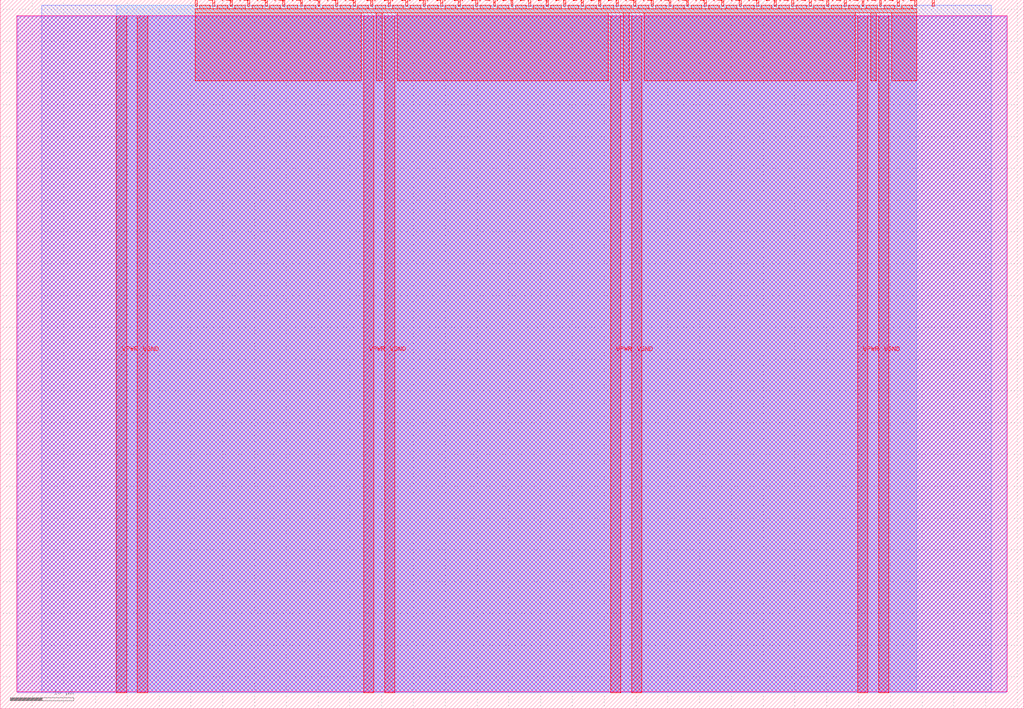
<source format=lef>
VERSION 5.7 ;
  NOWIREEXTENSIONATPIN ON ;
  DIVIDERCHAR "/" ;
  BUSBITCHARS "[]" ;
MACRO tt_um_seven_segment_games
  CLASS BLOCK ;
  FOREIGN tt_um_seven_segment_games ;
  ORIGIN 0.000 0.000 ;
  SIZE 161.000 BY 111.520 ;
  PIN VGND
    DIRECTION INOUT ;
    USE GROUND ;
    PORT
      LAYER met4 ;
        RECT 21.580 2.480 23.180 109.040 ;
    END
    PORT
      LAYER met4 ;
        RECT 60.450 2.480 62.050 109.040 ;
    END
    PORT
      LAYER met4 ;
        RECT 99.320 2.480 100.920 109.040 ;
    END
    PORT
      LAYER met4 ;
        RECT 138.190 2.480 139.790 109.040 ;
    END
  END VGND
  PIN VPWR
    DIRECTION INOUT ;
    USE POWER ;
    PORT
      LAYER met4 ;
        RECT 18.280 2.480 19.880 109.040 ;
    END
    PORT
      LAYER met4 ;
        RECT 57.150 2.480 58.750 109.040 ;
    END
    PORT
      LAYER met4 ;
        RECT 96.020 2.480 97.620 109.040 ;
    END
    PORT
      LAYER met4 ;
        RECT 134.890 2.480 136.490 109.040 ;
    END
  END VPWR
  PIN clk
    DIRECTION INPUT ;
    USE SIGNAL ;
    ANTENNAGATEAREA 0.852000 ;
    PORT
      LAYER met4 ;
        RECT 143.830 110.520 144.130 111.520 ;
    END
  END clk
  PIN ena
    DIRECTION INPUT ;
    USE SIGNAL ;
    PORT
      LAYER met4 ;
        RECT 146.590 110.520 146.890 111.520 ;
    END
  END ena
  PIN rst_n
    DIRECTION INPUT ;
    USE SIGNAL ;
    ANTENNAGATEAREA 0.196500 ;
    PORT
      LAYER met4 ;
        RECT 141.070 110.520 141.370 111.520 ;
    END
  END rst_n
  PIN ui_in[0]
    DIRECTION INPUT ;
    USE SIGNAL ;
    ANTENNAGATEAREA 0.196500 ;
    PORT
      LAYER met4 ;
        RECT 138.310 110.520 138.610 111.520 ;
    END
  END ui_in[0]
  PIN ui_in[1]
    DIRECTION INPUT ;
    USE SIGNAL ;
    ANTENNAGATEAREA 0.196500 ;
    PORT
      LAYER met4 ;
        RECT 135.550 110.520 135.850 111.520 ;
    END
  END ui_in[1]
  PIN ui_in[2]
    DIRECTION INPUT ;
    USE SIGNAL ;
    PORT
      LAYER met4 ;
        RECT 132.790 110.520 133.090 111.520 ;
    END
  END ui_in[2]
  PIN ui_in[3]
    DIRECTION INPUT ;
    USE SIGNAL ;
    PORT
      LAYER met4 ;
        RECT 130.030 110.520 130.330 111.520 ;
    END
  END ui_in[3]
  PIN ui_in[4]
    DIRECTION INPUT ;
    USE SIGNAL ;
    ANTENNAGATEAREA 0.196500 ;
    PORT
      LAYER met4 ;
        RECT 127.270 110.520 127.570 111.520 ;
    END
  END ui_in[4]
  PIN ui_in[5]
    DIRECTION INPUT ;
    USE SIGNAL ;
    PORT
      LAYER met4 ;
        RECT 124.510 110.520 124.810 111.520 ;
    END
  END ui_in[5]
  PIN ui_in[6]
    DIRECTION INPUT ;
    USE SIGNAL ;
    PORT
      LAYER met4 ;
        RECT 121.750 110.520 122.050 111.520 ;
    END
  END ui_in[6]
  PIN ui_in[7]
    DIRECTION INPUT ;
    USE SIGNAL ;
    PORT
      LAYER met4 ;
        RECT 118.990 110.520 119.290 111.520 ;
    END
  END ui_in[7]
  PIN uio_in[0]
    DIRECTION INPUT ;
    USE SIGNAL ;
    PORT
      LAYER met4 ;
        RECT 116.230 110.520 116.530 111.520 ;
    END
  END uio_in[0]
  PIN uio_in[1]
    DIRECTION INPUT ;
    USE SIGNAL ;
    PORT
      LAYER met4 ;
        RECT 113.470 110.520 113.770 111.520 ;
    END
  END uio_in[1]
  PIN uio_in[2]
    DIRECTION INPUT ;
    USE SIGNAL ;
    PORT
      LAYER met4 ;
        RECT 110.710 110.520 111.010 111.520 ;
    END
  END uio_in[2]
  PIN uio_in[3]
    DIRECTION INPUT ;
    USE SIGNAL ;
    PORT
      LAYER met4 ;
        RECT 107.950 110.520 108.250 111.520 ;
    END
  END uio_in[3]
  PIN uio_in[4]
    DIRECTION INPUT ;
    USE SIGNAL ;
    PORT
      LAYER met4 ;
        RECT 105.190 110.520 105.490 111.520 ;
    END
  END uio_in[4]
  PIN uio_in[5]
    DIRECTION INPUT ;
    USE SIGNAL ;
    PORT
      LAYER met4 ;
        RECT 102.430 110.520 102.730 111.520 ;
    END
  END uio_in[5]
  PIN uio_in[6]
    DIRECTION INPUT ;
    USE SIGNAL ;
    PORT
      LAYER met4 ;
        RECT 99.670 110.520 99.970 111.520 ;
    END
  END uio_in[6]
  PIN uio_in[7]
    DIRECTION INPUT ;
    USE SIGNAL ;
    PORT
      LAYER met4 ;
        RECT 96.910 110.520 97.210 111.520 ;
    END
  END uio_in[7]
  PIN uio_oe[0]
    DIRECTION OUTPUT ;
    USE SIGNAL ;
    PORT
      LAYER met4 ;
        RECT 49.990 110.520 50.290 111.520 ;
    END
  END uio_oe[0]
  PIN uio_oe[1]
    DIRECTION OUTPUT ;
    USE SIGNAL ;
    PORT
      LAYER met4 ;
        RECT 47.230 110.520 47.530 111.520 ;
    END
  END uio_oe[1]
  PIN uio_oe[2]
    DIRECTION OUTPUT ;
    USE SIGNAL ;
    PORT
      LAYER met4 ;
        RECT 44.470 110.520 44.770 111.520 ;
    END
  END uio_oe[2]
  PIN uio_oe[3]
    DIRECTION OUTPUT ;
    USE SIGNAL ;
    PORT
      LAYER met4 ;
        RECT 41.710 110.520 42.010 111.520 ;
    END
  END uio_oe[3]
  PIN uio_oe[4]
    DIRECTION OUTPUT ;
    USE SIGNAL ;
    PORT
      LAYER met4 ;
        RECT 38.950 110.520 39.250 111.520 ;
    END
  END uio_oe[4]
  PIN uio_oe[5]
    DIRECTION OUTPUT ;
    USE SIGNAL ;
    PORT
      LAYER met4 ;
        RECT 36.190 110.520 36.490 111.520 ;
    END
  END uio_oe[5]
  PIN uio_oe[6]
    DIRECTION OUTPUT ;
    USE SIGNAL ;
    PORT
      LAYER met4 ;
        RECT 33.430 110.520 33.730 111.520 ;
    END
  END uio_oe[6]
  PIN uio_oe[7]
    DIRECTION OUTPUT ;
    USE SIGNAL ;
    PORT
      LAYER met4 ;
        RECT 30.670 110.520 30.970 111.520 ;
    END
  END uio_oe[7]
  PIN uio_out[0]
    DIRECTION OUTPUT ;
    USE SIGNAL ;
    PORT
      LAYER met4 ;
        RECT 72.070 110.520 72.370 111.520 ;
    END
  END uio_out[0]
  PIN uio_out[1]
    DIRECTION OUTPUT ;
    USE SIGNAL ;
    PORT
      LAYER met4 ;
        RECT 69.310 110.520 69.610 111.520 ;
    END
  END uio_out[1]
  PIN uio_out[2]
    DIRECTION OUTPUT ;
    USE SIGNAL ;
    PORT
      LAYER met4 ;
        RECT 66.550 110.520 66.850 111.520 ;
    END
  END uio_out[2]
  PIN uio_out[3]
    DIRECTION OUTPUT ;
    USE SIGNAL ;
    PORT
      LAYER met4 ;
        RECT 63.790 110.520 64.090 111.520 ;
    END
  END uio_out[3]
  PIN uio_out[4]
    DIRECTION OUTPUT ;
    USE SIGNAL ;
    PORT
      LAYER met4 ;
        RECT 61.030 110.520 61.330 111.520 ;
    END
  END uio_out[4]
  PIN uio_out[5]
    DIRECTION OUTPUT ;
    USE SIGNAL ;
    PORT
      LAYER met4 ;
        RECT 58.270 110.520 58.570 111.520 ;
    END
  END uio_out[5]
  PIN uio_out[6]
    DIRECTION OUTPUT ;
    USE SIGNAL ;
    PORT
      LAYER met4 ;
        RECT 55.510 110.520 55.810 111.520 ;
    END
  END uio_out[6]
  PIN uio_out[7]
    DIRECTION OUTPUT ;
    USE SIGNAL ;
    PORT
      LAYER met4 ;
        RECT 52.750 110.520 53.050 111.520 ;
    END
  END uio_out[7]
  PIN uo_out[0]
    DIRECTION OUTPUT ;
    USE SIGNAL ;
    ANTENNADIFFAREA 0.462000 ;
    PORT
      LAYER met4 ;
        RECT 94.150 110.520 94.450 111.520 ;
    END
  END uo_out[0]
  PIN uo_out[1]
    DIRECTION OUTPUT ;
    USE SIGNAL ;
    ANTENNADIFFAREA 0.891000 ;
    PORT
      LAYER met4 ;
        RECT 91.390 110.520 91.690 111.520 ;
    END
  END uo_out[1]
  PIN uo_out[2]
    DIRECTION OUTPUT ;
    USE SIGNAL ;
    ANTENNADIFFAREA 1.431000 ;
    PORT
      LAYER met4 ;
        RECT 88.630 110.520 88.930 111.520 ;
    END
  END uo_out[2]
  PIN uo_out[3]
    DIRECTION OUTPUT ;
    USE SIGNAL ;
    ANTENNADIFFAREA 1.431000 ;
    PORT
      LAYER met4 ;
        RECT 85.870 110.520 86.170 111.520 ;
    END
  END uo_out[3]
  PIN uo_out[4]
    DIRECTION OUTPUT ;
    USE SIGNAL ;
    ANTENNADIFFAREA 0.891000 ;
    PORT
      LAYER met4 ;
        RECT 83.110 110.520 83.410 111.520 ;
    END
  END uo_out[4]
  PIN uo_out[5]
    DIRECTION OUTPUT ;
    USE SIGNAL ;
    ANTENNADIFFAREA 1.288000 ;
    PORT
      LAYER met4 ;
        RECT 80.350 110.520 80.650 111.520 ;
    END
  END uo_out[5]
  PIN uo_out[6]
    DIRECTION OUTPUT ;
    USE SIGNAL ;
    ANTENNADIFFAREA 0.891000 ;
    PORT
      LAYER met4 ;
        RECT 77.590 110.520 77.890 111.520 ;
    END
  END uo_out[6]
  PIN uo_out[7]
    DIRECTION OUTPUT ;
    USE SIGNAL ;
    PORT
      LAYER met4 ;
        RECT 74.830 110.520 75.130 111.520 ;
    END
  END uo_out[7]
  OBS
      LAYER nwell ;
        RECT 2.570 2.635 158.430 108.990 ;
      LAYER li1 ;
        RECT 2.760 2.635 158.240 108.885 ;
      LAYER met1 ;
        RECT 2.760 2.480 158.240 109.040 ;
      LAYER met2 ;
        RECT 6.540 2.535 155.840 110.685 ;
      LAYER met3 ;
        RECT 18.290 2.555 144.170 110.665 ;
      LAYER met4 ;
        RECT 31.370 110.120 33.030 110.665 ;
        RECT 34.130 110.120 35.790 110.665 ;
        RECT 36.890 110.120 38.550 110.665 ;
        RECT 39.650 110.120 41.310 110.665 ;
        RECT 42.410 110.120 44.070 110.665 ;
        RECT 45.170 110.120 46.830 110.665 ;
        RECT 47.930 110.120 49.590 110.665 ;
        RECT 50.690 110.120 52.350 110.665 ;
        RECT 53.450 110.120 55.110 110.665 ;
        RECT 56.210 110.120 57.870 110.665 ;
        RECT 58.970 110.120 60.630 110.665 ;
        RECT 61.730 110.120 63.390 110.665 ;
        RECT 64.490 110.120 66.150 110.665 ;
        RECT 67.250 110.120 68.910 110.665 ;
        RECT 70.010 110.120 71.670 110.665 ;
        RECT 72.770 110.120 74.430 110.665 ;
        RECT 75.530 110.120 77.190 110.665 ;
        RECT 78.290 110.120 79.950 110.665 ;
        RECT 81.050 110.120 82.710 110.665 ;
        RECT 83.810 110.120 85.470 110.665 ;
        RECT 86.570 110.120 88.230 110.665 ;
        RECT 89.330 110.120 90.990 110.665 ;
        RECT 92.090 110.120 93.750 110.665 ;
        RECT 94.850 110.120 96.510 110.665 ;
        RECT 97.610 110.120 99.270 110.665 ;
        RECT 100.370 110.120 102.030 110.665 ;
        RECT 103.130 110.120 104.790 110.665 ;
        RECT 105.890 110.120 107.550 110.665 ;
        RECT 108.650 110.120 110.310 110.665 ;
        RECT 111.410 110.120 113.070 110.665 ;
        RECT 114.170 110.120 115.830 110.665 ;
        RECT 116.930 110.120 118.590 110.665 ;
        RECT 119.690 110.120 121.350 110.665 ;
        RECT 122.450 110.120 124.110 110.665 ;
        RECT 125.210 110.120 126.870 110.665 ;
        RECT 127.970 110.120 129.630 110.665 ;
        RECT 130.730 110.120 132.390 110.665 ;
        RECT 133.490 110.120 135.150 110.665 ;
        RECT 136.250 110.120 137.910 110.665 ;
        RECT 139.010 110.120 140.670 110.665 ;
        RECT 141.770 110.120 143.430 110.665 ;
        RECT 30.655 109.440 144.145 110.120 ;
        RECT 30.655 98.775 56.750 109.440 ;
        RECT 59.150 98.775 60.050 109.440 ;
        RECT 62.450 98.775 95.620 109.440 ;
        RECT 98.020 98.775 98.920 109.440 ;
        RECT 101.320 98.775 134.490 109.440 ;
        RECT 136.890 98.775 137.790 109.440 ;
        RECT 140.190 98.775 144.145 109.440 ;
  END
END tt_um_seven_segment_games
END LIBRARY


</source>
